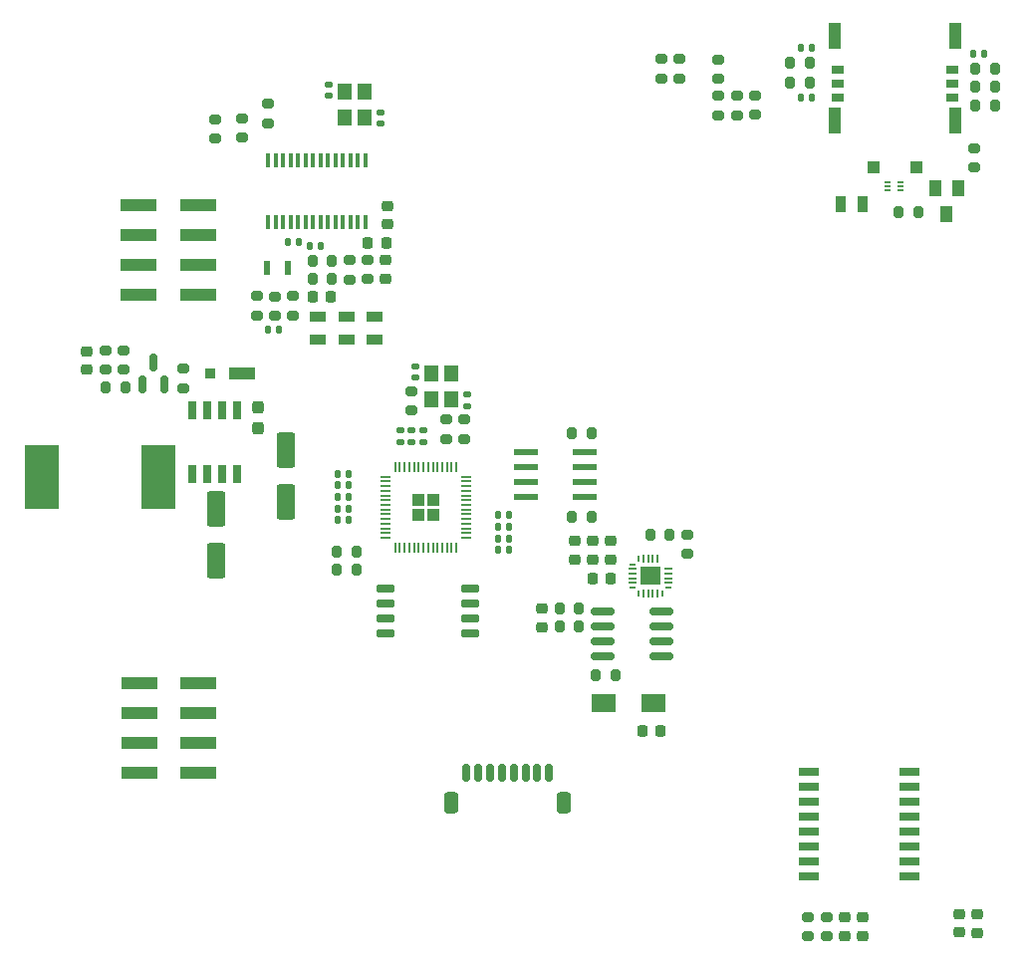
<source format=gbr>
G04 #@! TF.GenerationSoftware,KiCad,Pcbnew,(7.0.0-0)*
G04 #@! TF.CreationDate,2023-03-30T17:03:57+03:00*
G04 #@! TF.ProjectId,RP2040_minimal,52503230-3430-45f6-9d69-6e696d616c2e,REV1*
G04 #@! TF.SameCoordinates,Original*
G04 #@! TF.FileFunction,Paste,Top*
G04 #@! TF.FilePolarity,Positive*
%FSLAX46Y46*%
G04 Gerber Fmt 4.6, Leading zero omitted, Abs format (unit mm)*
G04 Created by KiCad (PCBNEW (7.0.0-0)) date 2023-03-30 17:03:57*
%MOMM*%
%LPD*%
G01*
G04 APERTURE LIST*
G04 Aperture macros list*
%AMRoundRect*
0 Rectangle with rounded corners*
0 $1 Rounding radius*
0 $2 $3 $4 $5 $6 $7 $8 $9 X,Y pos of 4 corners*
0 Add a 4 corners polygon primitive as box body*
4,1,4,$2,$3,$4,$5,$6,$7,$8,$9,$2,$3,0*
0 Add four circle primitives for the rounded corners*
1,1,$1+$1,$2,$3*
1,1,$1+$1,$4,$5*
1,1,$1+$1,$6,$7*
1,1,$1+$1,$8,$9*
0 Add four rect primitives between the rounded corners*
20,1,$1+$1,$2,$3,$4,$5,0*
20,1,$1+$1,$4,$5,$6,$7,0*
20,1,$1+$1,$6,$7,$8,$9,0*
20,1,$1+$1,$8,$9,$2,$3,0*%
G04 Aperture macros list end*
%ADD10R,1.000000X2.300000*%
%ADD11R,1.100000X1.000000*%
%ADD12R,1.000000X0.800000*%
%ADD13RoundRect,0.200000X0.200000X0.275000X-0.200000X0.275000X-0.200000X-0.275000X0.200000X-0.275000X0*%
%ADD14RoundRect,0.200000X0.275000X-0.200000X0.275000X0.200000X-0.275000X0.200000X-0.275000X-0.200000X0*%
%ADD15RoundRect,0.140000X-0.140000X-0.170000X0.140000X-0.170000X0.140000X0.170000X-0.140000X0.170000X0*%
%ADD16RoundRect,0.225000X-0.250000X0.225000X-0.250000X-0.225000X0.250000X-0.225000X0.250000X0.225000X0*%
%ADD17RoundRect,0.200000X-0.200000X-0.275000X0.200000X-0.275000X0.200000X0.275000X-0.200000X0.275000X0*%
%ADD18RoundRect,0.200000X-0.275000X0.200000X-0.275000X-0.200000X0.275000X-0.200000X0.275000X0.200000X0*%
%ADD19RoundRect,0.140000X0.140000X0.170000X-0.140000X0.170000X-0.140000X-0.170000X0.140000X-0.170000X0*%
%ADD20RoundRect,0.237500X-0.237500X0.300000X-0.237500X-0.300000X0.237500X-0.300000X0.237500X0.300000X0*%
%ADD21RoundRect,0.150000X0.150000X-0.587500X0.150000X0.587500X-0.150000X0.587500X-0.150000X-0.587500X0*%
%ADD22RoundRect,0.225000X0.225000X0.250000X-0.225000X0.250000X-0.225000X-0.250000X0.225000X-0.250000X0*%
%ADD23RoundRect,0.250000X-0.550000X1.250000X-0.550000X-1.250000X0.550000X-1.250000X0.550000X1.250000X0*%
%ADD24R,0.400000X1.200000*%
%ADD25RoundRect,0.225000X0.250000X-0.225000X0.250000X0.225000X-0.250000X0.225000X-0.250000X-0.225000X0*%
%ADD26RoundRect,0.140000X-0.170000X0.140000X-0.170000X-0.140000X0.170000X-0.140000X0.170000X0.140000X0*%
%ADD27RoundRect,0.140000X0.170000X-0.140000X0.170000X0.140000X-0.170000X0.140000X-0.170000X-0.140000X0*%
%ADD28R,0.700000X1.550000*%
%ADD29R,1.670000X0.760000*%
%ADD30R,1.000000X1.400000*%
%ADD31R,2.900000X5.400000*%
%ADD32R,1.400000X0.900000*%
%ADD33RoundRect,0.250000X0.550000X-1.250000X0.550000X1.250000X-0.550000X1.250000X-0.550000X-1.250000X0*%
%ADD34R,0.600000X0.150000*%
%ADD35RoundRect,0.150000X0.825000X0.150000X-0.825000X0.150000X-0.825000X-0.150000X0.825000X-0.150000X0*%
%ADD36R,0.900000X1.400000*%
%ADD37RoundRect,0.041300X0.943700X0.253700X-0.943700X0.253700X-0.943700X-0.253700X0.943700X-0.253700X0*%
%ADD38R,3.150000X1.000000*%
%ADD39RoundRect,0.150000X0.650000X0.150000X-0.650000X0.150000X-0.650000X-0.150000X0.650000X-0.150000X0*%
%ADD40R,2.120000X1.500000*%
%ADD41RoundRect,0.150000X0.150000X0.625000X-0.150000X0.625000X-0.150000X-0.625000X0.150000X-0.625000X0*%
%ADD42RoundRect,0.250000X0.350000X0.650000X-0.350000X0.650000X-0.350000X-0.650000X0.350000X-0.650000X0*%
%ADD43RoundRect,0.250000X0.292217X0.292217X-0.292217X0.292217X-0.292217X-0.292217X0.292217X-0.292217X0*%
%ADD44RoundRect,0.050000X0.387500X0.050000X-0.387500X0.050000X-0.387500X-0.050000X0.387500X-0.050000X0*%
%ADD45RoundRect,0.050000X0.050000X0.387500X-0.050000X0.387500X-0.050000X-0.387500X0.050000X-0.387500X0*%
%ADD46R,0.600000X1.250000*%
%ADD47RoundRect,0.225000X-0.225000X-0.250000X0.225000X-0.250000X0.225000X0.250000X-0.225000X0.250000X0*%
%ADD48R,2.170000X1.120000*%
%ADD49R,0.850000X0.850000*%
%ADD50R,1.200000X1.400000*%
%ADD51R,0.100000X0.500000*%
%ADD52R,0.200000X0.750000*%
%ADD53R,0.150000X0.500000*%
%ADD54R,0.500000X0.150000*%
%ADD55R,0.750000X0.200000*%
%ADD56R,0.500000X0.100000*%
%ADD57R,1.750000X1.590000*%
G04 APERTURE END LIST*
D10*
X202612499Y-41614999D03*
X202612499Y-48814999D03*
X192412499Y-48814999D03*
X192412499Y-41614999D03*
D11*
X199332499Y-52739999D03*
X195692499Y-52739999D03*
D12*
X192612499Y-44464999D03*
X192612499Y-45664999D03*
X202412499Y-44464999D03*
X192612499Y-46864999D03*
X202412499Y-45664999D03*
X202412499Y-46864999D03*
D13*
X199487500Y-56575000D03*
X197837500Y-56575000D03*
D14*
X137020000Y-71560000D03*
X137020000Y-69910000D03*
D15*
X204132500Y-43115000D03*
X205092500Y-43115000D03*
D16*
X194730000Y-116555000D03*
X194730000Y-118105000D03*
D17*
X168979750Y-90310000D03*
X170629750Y-90310000D03*
X150067250Y-86975000D03*
X151717250Y-86975000D03*
D18*
X160902250Y-74220000D03*
X160902250Y-75870000D03*
D19*
X151112250Y-82765000D03*
X150152250Y-82765000D03*
D14*
X143320000Y-65385000D03*
X143320000Y-63735000D03*
D20*
X143350000Y-73207500D03*
X143350000Y-74932500D03*
D19*
X145150000Y-66570000D03*
X144190000Y-66570000D03*
D21*
X133540000Y-71250000D03*
X135440000Y-71250000D03*
X134490000Y-69375000D03*
D19*
X190482500Y-42605000D03*
X189522500Y-42605000D03*
D22*
X173364750Y-87730000D03*
X171814750Y-87730000D03*
D14*
X159382250Y-75880000D03*
X159382250Y-74230000D03*
D23*
X145720000Y-76820000D03*
X145720000Y-81220000D03*
D24*
X152487499Y-52219999D03*
X151852499Y-52219999D03*
X151217499Y-52219999D03*
X150582499Y-52219999D03*
X149947499Y-52219999D03*
X149312499Y-52219999D03*
X148677499Y-52219999D03*
X148042499Y-52219999D03*
X147407499Y-52219999D03*
X146772499Y-52219999D03*
X146137499Y-52219999D03*
X145502499Y-52219999D03*
X144867499Y-52219999D03*
X144232499Y-52219999D03*
X144232499Y-57419999D03*
X144867499Y-57419999D03*
X145502499Y-57419999D03*
X146137499Y-57419999D03*
X146772499Y-57419999D03*
X147407499Y-57419999D03*
X148042499Y-57419999D03*
X148677499Y-57419999D03*
X149312499Y-57419999D03*
X149947499Y-57419999D03*
X150582499Y-57419999D03*
X151217499Y-57419999D03*
X151852499Y-57419999D03*
X152487499Y-57419999D03*
D25*
X193200000Y-118105000D03*
X193200000Y-116555000D03*
D22*
X177599750Y-100700000D03*
X176049750Y-100700000D03*
D18*
X139760000Y-48700000D03*
X139760000Y-50350000D03*
D13*
X206007500Y-47495000D03*
X204357500Y-47495000D03*
D17*
X147990000Y-60710000D03*
X149640000Y-60710000D03*
D19*
X151112250Y-81785000D03*
X150152250Y-81785000D03*
D15*
X163762250Y-85305000D03*
X164722250Y-85305000D03*
D22*
X149585000Y-63760000D03*
X148035000Y-63760000D03*
D16*
X128810000Y-68410000D03*
X128810000Y-69960000D03*
D13*
X206007500Y-45935000D03*
X204357500Y-45935000D03*
D26*
X149340000Y-45740000D03*
X149340000Y-46700000D03*
D16*
X204510000Y-116295000D03*
X204510000Y-117845000D03*
D14*
X182480000Y-45260000D03*
X182480000Y-43610000D03*
D19*
X151112250Y-80805000D03*
X150152250Y-80805000D03*
D27*
X161182250Y-73075000D03*
X161182250Y-72115000D03*
D15*
X163762250Y-84325000D03*
X164722250Y-84325000D03*
D28*
X141614999Y-73434999D03*
X140344999Y-73434999D03*
X139074999Y-73434999D03*
X137804999Y-73434999D03*
X137804999Y-78884999D03*
X139074999Y-78884999D03*
X140344999Y-78884999D03*
X141614999Y-78884999D03*
D15*
X147780000Y-59460000D03*
X148740000Y-59460000D03*
D27*
X157422250Y-76105000D03*
X157422250Y-75145000D03*
D17*
X130430000Y-71520000D03*
X132080000Y-71520000D03*
D18*
X179180000Y-43560000D03*
X179180000Y-45210000D03*
D19*
X151112250Y-79815000D03*
X150152250Y-79815000D03*
D18*
X179854750Y-83975000D03*
X179854750Y-85625000D03*
D13*
X173759750Y-95950000D03*
X172109750Y-95950000D03*
D16*
X173344750Y-84550000D03*
X173344750Y-86100000D03*
D14*
X191670000Y-118145000D03*
X191670000Y-116495000D03*
D13*
X190257500Y-43865000D03*
X188607500Y-43865000D03*
D29*
X198739999Y-113019999D03*
X198739999Y-111749999D03*
X198739999Y-110479999D03*
X198739999Y-109209999D03*
X198739999Y-107939999D03*
X198739999Y-106669999D03*
X198739999Y-105399999D03*
X198739999Y-104129999D03*
X190209999Y-104129999D03*
X190209999Y-105399999D03*
X190209999Y-106669999D03*
X190209999Y-107939999D03*
X190209999Y-109209999D03*
X190209999Y-110479999D03*
X190209999Y-111749999D03*
X190209999Y-113019999D03*
D14*
X182480000Y-48335000D03*
X182480000Y-46685000D03*
D30*
X202852499Y-54584999D03*
X201902499Y-56784999D03*
X200952499Y-54584999D03*
D14*
X184080000Y-48330000D03*
X184080000Y-46680000D03*
X146370000Y-65380000D03*
X146370000Y-63730000D03*
D17*
X188607500Y-45565000D03*
X190257500Y-45565000D03*
D31*
X124959999Y-79069999D03*
X134859999Y-79069999D03*
D32*
X153259999Y-67409999D03*
X153259999Y-65509999D03*
D18*
X142000000Y-48625000D03*
X142000000Y-50275000D03*
D33*
X139840000Y-86230000D03*
X139840000Y-81830000D03*
D16*
X170304750Y-84545000D03*
X170304750Y-86095000D03*
D25*
X154380000Y-57640000D03*
X154380000Y-56090000D03*
D16*
X202980000Y-116290000D03*
X202980000Y-117840000D03*
D14*
X151150000Y-62325000D03*
X151150000Y-60675000D03*
D15*
X163762250Y-83345000D03*
X164722250Y-83345000D03*
D14*
X156430000Y-73470000D03*
X156430000Y-71820000D03*
D13*
X171717250Y-75365000D03*
X170067250Y-75365000D03*
D27*
X153780000Y-49080000D03*
X153780000Y-48120000D03*
D13*
X206007500Y-44385000D03*
X204357500Y-44385000D03*
D14*
X190140000Y-118140000D03*
X190140000Y-116490000D03*
D34*
X196842499Y-54044999D03*
X196842499Y-54394999D03*
X196842499Y-54744999D03*
X197942499Y-54744999D03*
X197942499Y-54394999D03*
X197942499Y-54044999D03*
D16*
X171824750Y-84550000D03*
X171824750Y-86100000D03*
D14*
X144840000Y-65390000D03*
X144840000Y-63740000D03*
D32*
X148459999Y-67409999D03*
X148459999Y-65509999D03*
D17*
X168979750Y-91840000D03*
X170629750Y-91840000D03*
D14*
X177640000Y-45210000D03*
X177640000Y-43560000D03*
D35*
X177614750Y-94315000D03*
X177614750Y-93045000D03*
X177614750Y-91775000D03*
X177614750Y-90505000D03*
X172664750Y-90505000D03*
X172664750Y-91775000D03*
X172664750Y-93045000D03*
X172664750Y-94315000D03*
D19*
X151112250Y-78835000D03*
X150152250Y-78835000D03*
D17*
X150067250Y-85445000D03*
X151717250Y-85445000D03*
D18*
X131900000Y-68330000D03*
X131900000Y-69980000D03*
D36*
X194792499Y-55894999D03*
X192892499Y-55894999D03*
D37*
X171122250Y-80815000D03*
X171122250Y-79545000D03*
X171122250Y-78275000D03*
X171122250Y-77005000D03*
X166172250Y-77005000D03*
X166172250Y-78275000D03*
X166172250Y-79545000D03*
X166172250Y-80815000D03*
D15*
X145900000Y-59130000D03*
X146860000Y-59130000D03*
D13*
X178369750Y-84030000D03*
X176719750Y-84030000D03*
D17*
X147985000Y-62240000D03*
X149635000Y-62240000D03*
D18*
X152710000Y-60635000D03*
X152710000Y-62285000D03*
D27*
X156442250Y-76105000D03*
X156442250Y-75145000D03*
D38*
X138260993Y-63629999D03*
X133210993Y-63629999D03*
X138260993Y-61089999D03*
X133210993Y-61089999D03*
X138260993Y-58549999D03*
X133210993Y-58549999D03*
X138260993Y-56009999D03*
X133210993Y-56009999D03*
D14*
X144220000Y-49020000D03*
X144220000Y-47370000D03*
D27*
X155462250Y-76105000D03*
X155462250Y-75145000D03*
D38*
X138311793Y-104269999D03*
X133261793Y-104269999D03*
X138311793Y-101729999D03*
X133261793Y-101729999D03*
X138311793Y-99189999D03*
X133261793Y-99189999D03*
X138311793Y-96649999D03*
X133261793Y-96649999D03*
D39*
X161387250Y-92360000D03*
X161387250Y-91090000D03*
X161387250Y-89820000D03*
X161387250Y-88550000D03*
X154187250Y-88550000D03*
X154187250Y-89820000D03*
X154187250Y-91090000D03*
X154187250Y-92360000D03*
D40*
X172754749Y-98319999D03*
X176984749Y-98319999D03*
D41*
X168100000Y-104265000D03*
X167100000Y-104265000D03*
X166100000Y-104265000D03*
X165100000Y-104265000D03*
X164100000Y-104265000D03*
X163100000Y-104265000D03*
X162100000Y-104265000D03*
X161100000Y-104265000D03*
D42*
X169400000Y-106790000D03*
X159800000Y-106790000D03*
D14*
X204242500Y-52810000D03*
X204242500Y-51160000D03*
D43*
X158264750Y-82317500D03*
X158264750Y-81042500D03*
X156989750Y-82317500D03*
X156989750Y-81042500D03*
D44*
X161064750Y-84280000D03*
X161064750Y-83880000D03*
X161064750Y-83480000D03*
X161064750Y-83080000D03*
X161064750Y-82680000D03*
X161064750Y-82280000D03*
X161064750Y-81880000D03*
X161064750Y-81480000D03*
X161064750Y-81080000D03*
X161064750Y-80680000D03*
X161064750Y-80280000D03*
X161064750Y-79880000D03*
X161064750Y-79480000D03*
X161064750Y-79080000D03*
D45*
X160227250Y-78242500D03*
X159827250Y-78242500D03*
X159427250Y-78242500D03*
X159027250Y-78242500D03*
X158627250Y-78242500D03*
X158227250Y-78242500D03*
X157827250Y-78242500D03*
X157427250Y-78242500D03*
X157027250Y-78242500D03*
X156627250Y-78242500D03*
X156227250Y-78242500D03*
X155827250Y-78242500D03*
X155427250Y-78242500D03*
X155027250Y-78242500D03*
D44*
X154189750Y-79080000D03*
X154189750Y-79480000D03*
X154189750Y-79880000D03*
X154189750Y-80280000D03*
X154189750Y-80680000D03*
X154189750Y-81080000D03*
X154189750Y-81480000D03*
X154189750Y-81880000D03*
X154189750Y-82280000D03*
X154189750Y-82680000D03*
X154189750Y-83080000D03*
X154189750Y-83480000D03*
X154189750Y-83880000D03*
X154189750Y-84280000D03*
D45*
X155027250Y-85117500D03*
X155427250Y-85117500D03*
X155827250Y-85117500D03*
X156227250Y-85117500D03*
X156627250Y-85117500D03*
X157027250Y-85117500D03*
X157427250Y-85117500D03*
X157827250Y-85117500D03*
X158227250Y-85117500D03*
X158627250Y-85117500D03*
X159027250Y-85117500D03*
X159427250Y-85117500D03*
X159827250Y-85117500D03*
X160227250Y-85117500D03*
D46*
X145939999Y-61319999D03*
X144139999Y-61319999D03*
D47*
X152710000Y-59180000D03*
X154260000Y-59180000D03*
D27*
X156712250Y-70665000D03*
X156712250Y-69705000D03*
D25*
X167504750Y-91860000D03*
X167504750Y-90310000D03*
D19*
X190482500Y-46825000D03*
X189522500Y-46825000D03*
D48*
X141969999Y-70259999D03*
D49*
X139289999Y-70259999D03*
D18*
X185610000Y-46675000D03*
X185610000Y-48325000D03*
D14*
X130380000Y-69985000D03*
X130380000Y-68335000D03*
D50*
X150709999Y-46309999D03*
X150709999Y-48509999D03*
X152409999Y-48509999D03*
X152409999Y-46309999D03*
D15*
X163762250Y-82365000D03*
X164722250Y-82365000D03*
D51*
X177714749Y-86019999D03*
D52*
X177314749Y-86019999D03*
X176914749Y-86019999D03*
X176514749Y-86019999D03*
X176114749Y-86019999D03*
D53*
X175714749Y-86019999D03*
D54*
X175214749Y-86519999D03*
D55*
X175214749Y-86919999D03*
X175214749Y-87319999D03*
X175214749Y-87719999D03*
X175214749Y-88119999D03*
D54*
X175214749Y-88519999D03*
D53*
X175714749Y-89019999D03*
D52*
X176114749Y-89019999D03*
X176514749Y-89019999D03*
X176914749Y-89019999D03*
X177314749Y-89019999D03*
D53*
X177714749Y-89019999D03*
D54*
X178214749Y-88519999D03*
D55*
X178214749Y-88119999D03*
X178214749Y-87719999D03*
X178214749Y-87319999D03*
X178214749Y-86919999D03*
D56*
X178214749Y-86519999D03*
D57*
X176714749Y-87519999D03*
D13*
X171717250Y-82455000D03*
X170067250Y-82455000D03*
D50*
X158102249Y-70294999D03*
X158102249Y-72494999D03*
X159802249Y-72494999D03*
X159802249Y-70294999D03*
D32*
X150859999Y-65509999D03*
X150859999Y-67409999D03*
D16*
X154240000Y-60680000D03*
X154240000Y-62230000D03*
M02*

</source>
